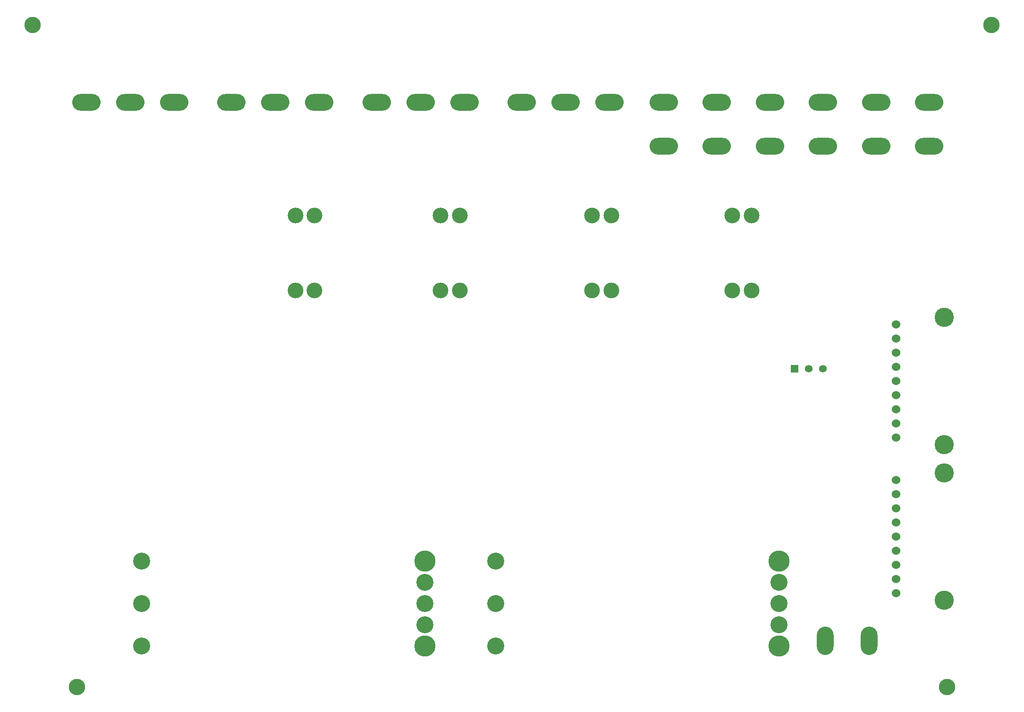
<source format=gbr>
%TF.GenerationSoftware,KiCad,Pcbnew,(5.1.6)-1*%
%TF.CreationDate,2022-03-17T22:35:52-05:00*%
%TF.ProjectId,2022_Rev2,32303232-5f52-4657-9632-2e6b69636164,rev?*%
%TF.SameCoordinates,Original*%
%TF.FileFunction,Soldermask,Bot*%
%TF.FilePolarity,Negative*%
%FSLAX46Y46*%
G04 Gerber Fmt 4.6, Leading zero omitted, Abs format (unit mm)*
G04 Created by KiCad (PCBNEW (5.1.6)-1) date 2022-03-17 22:35:52*
%MOMM*%
%LPD*%
G01*
G04 APERTURE LIST*
%ADD10C,2.946400*%
%ADD11O,5.100000X3.000000*%
%ADD12C,1.524000*%
%ADD13C,3.450000*%
%ADD14C,3.048000*%
%ADD15C,3.810000*%
%ADD16R,1.358000X1.358000*%
%ADD17C,1.358000*%
%ADD18C,2.819400*%
%ADD19O,3.000000X5.100000*%
G04 APERTURE END LIST*
D10*
%TO.C,REF\u002A\u002A*%
X70612000Y-24384000D03*
%TD*%
%TO.C,REF\u002A\u002A*%
X242570000Y-24384000D03*
%TD*%
%TO.C,REF\u002A\u002A*%
X234640120Y-143200120D03*
%TD*%
%TO.C,REF\u002A\u002A*%
X78541880Y-143200120D03*
%TD*%
D11*
%TO.C,Conn10*%
X231425000Y-38285000D03*
X231425000Y-46159000D03*
%TD*%
%TO.C,Conn5*%
X212375000Y-38285000D03*
X212375000Y-46159000D03*
%TD*%
%TO.C,Conn7*%
X193325000Y-38285000D03*
X193325000Y-46159000D03*
%TD*%
%TO.C,Conn8*%
X221900000Y-38278000D03*
X221900000Y-46152000D03*
%TD*%
%TO.C,Conn6*%
X183800000Y-38285000D03*
X183800000Y-46159000D03*
%TD*%
%TO.C,Conn11*%
X202850000Y-38285000D03*
X202850000Y-46159000D03*
%TD*%
D12*
%TO.C,Conn13*%
X225425000Y-126365000D03*
X225425000Y-123825000D03*
X225425000Y-121285000D03*
X225425000Y-118745000D03*
D13*
X234061000Y-127635000D03*
X234061000Y-104775000D03*
D12*
X225425000Y-116205000D03*
X225425000Y-113665000D03*
X225425000Y-111125000D03*
X225425000Y-108585000D03*
X225425000Y-106045000D03*
%TD*%
%TO.C,Conn1*%
X225425000Y-98425000D03*
X225425000Y-95885000D03*
X225425000Y-93345000D03*
X225425000Y-90805000D03*
D13*
X234061000Y-99695000D03*
X234061000Y-76835000D03*
D12*
X225425000Y-88265000D03*
X225425000Y-85725000D03*
X225425000Y-83185000D03*
X225425000Y-80645000D03*
X225425000Y-78105000D03*
%TD*%
D14*
%TO.C,VR2*%
X204470000Y-132080000D03*
X204470000Y-128270000D03*
X204470000Y-124460000D03*
D15*
X204470000Y-120650000D03*
X204470000Y-135890000D03*
D14*
X153670000Y-120650000D03*
X153670000Y-128270000D03*
X153670000Y-135890000D03*
%TD*%
%TO.C,VR1*%
X140970000Y-132080000D03*
X140970000Y-128270000D03*
X140970000Y-124460000D03*
D15*
X140970000Y-120650000D03*
X140970000Y-135890000D03*
D14*
X90170000Y-120650000D03*
X90170000Y-128270000D03*
X90170000Y-135890000D03*
%TD*%
D16*
%TO.C,U1*%
X207264000Y-86078000D03*
D17*
X209804000Y-86078000D03*
X212344000Y-86078000D03*
%TD*%
D18*
%TO.C,F9*%
X121158000Y-72009000D03*
X117729000Y-72009000D03*
X117729000Y-58547000D03*
X121158000Y-58547000D03*
%TD*%
%TO.C,F8*%
X199517000Y-72009000D03*
X196088000Y-72009000D03*
X196088000Y-58547000D03*
X199517000Y-58547000D03*
%TD*%
%TO.C,F6*%
X147193000Y-72009000D03*
X143764000Y-72009000D03*
X143764000Y-58547000D03*
X147193000Y-58547000D03*
%TD*%
%TO.C,F1*%
X174371000Y-72009000D03*
X170942000Y-72009000D03*
X170942000Y-58547000D03*
X174371000Y-58547000D03*
%TD*%
D11*
%TO.C,Conn12*%
X132322000Y-38250000D03*
X148070000Y-38250000D03*
X140196000Y-38250000D03*
%TD*%
%TO.C,Conn9*%
X106287000Y-38250000D03*
X122035000Y-38250000D03*
X114161000Y-38250000D03*
%TD*%
%TO.C,Conn4*%
X80252000Y-38250000D03*
X96000000Y-38250000D03*
X88126000Y-38250000D03*
%TD*%
%TO.C,Conn3*%
X158357000Y-38250000D03*
X174105000Y-38250000D03*
X166231000Y-38250000D03*
%TD*%
D19*
%TO.C,Conn2*%
X220645000Y-134940000D03*
X212771000Y-134940000D03*
%TD*%
M02*

</source>
